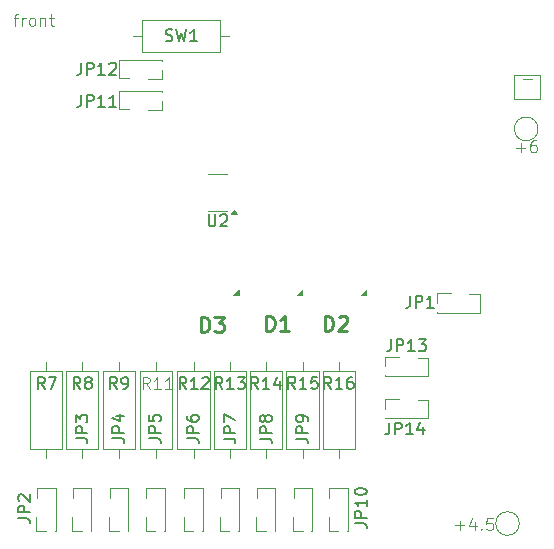
<source format=gbr>
%TF.GenerationSoftware,KiCad,Pcbnew,9.0.2*%
%TF.CreationDate,2025-07-17T21:10:21+02:00*%
%TF.ProjectId,Ligther,4c696774-6865-4722-9e6b-696361645f70,rev?*%
%TF.SameCoordinates,Original*%
%TF.FileFunction,Legend,Top*%
%TF.FilePolarity,Positive*%
%FSLAX46Y46*%
G04 Gerber Fmt 4.6, Leading zero omitted, Abs format (unit mm)*
G04 Created by KiCad (PCBNEW 9.0.2) date 2025-07-17 21:10:21*
%MOMM*%
%LPD*%
G01*
G04 APERTURE LIST*
%ADD10C,0.100000*%
%ADD11C,0.150000*%
%ADD12C,0.125000*%
%ADD13C,0.254000*%
%ADD14C,0.120000*%
G04 APERTURE END LIST*
D10*
X120522106Y-76920000D02*
G75*
G02*
X118522106Y-76920000I-1000000J0D01*
G01*
X118522106Y-76920000D02*
G75*
G02*
X120522106Y-76920000I1000000J0D01*
G01*
X122100000Y-43510000D02*
G75*
G02*
X120100000Y-43510000I-1000000J0D01*
G01*
X120100000Y-43510000D02*
G75*
G02*
X122100000Y-43510000I1000000J0D01*
G01*
X120050000Y-38970000D02*
X122290000Y-38970000D01*
X122290000Y-40950000D01*
X120050000Y-40950000D01*
X120050000Y-38970000D01*
X120863884Y-39271466D02*
X121625789Y-39271466D01*
X120253884Y-45091466D02*
X121015789Y-45091466D01*
X120634836Y-45472419D02*
X120634836Y-44710514D01*
X121920550Y-44472419D02*
X121730074Y-44472419D01*
X121730074Y-44472419D02*
X121634836Y-44520038D01*
X121634836Y-44520038D02*
X121587217Y-44567657D01*
X121587217Y-44567657D02*
X121491979Y-44710514D01*
X121491979Y-44710514D02*
X121444360Y-44900990D01*
X121444360Y-44900990D02*
X121444360Y-45281942D01*
X121444360Y-45281942D02*
X121491979Y-45377180D01*
X121491979Y-45377180D02*
X121539598Y-45424800D01*
X121539598Y-45424800D02*
X121634836Y-45472419D01*
X121634836Y-45472419D02*
X121825312Y-45472419D01*
X121825312Y-45472419D02*
X121920550Y-45424800D01*
X121920550Y-45424800D02*
X121968169Y-45377180D01*
X121968169Y-45377180D02*
X122015788Y-45281942D01*
X122015788Y-45281942D02*
X122015788Y-45043847D01*
X122015788Y-45043847D02*
X121968169Y-44948609D01*
X121968169Y-44948609D02*
X121920550Y-44900990D01*
X121920550Y-44900990D02*
X121825312Y-44853371D01*
X121825312Y-44853371D02*
X121634836Y-44853371D01*
X121634836Y-44853371D02*
X121539598Y-44900990D01*
X121539598Y-44900990D02*
X121491979Y-44948609D01*
X121491979Y-44948609D02*
X121444360Y-45043847D01*
X115113884Y-77081466D02*
X115875789Y-77081466D01*
X115494836Y-77462419D02*
X115494836Y-76700514D01*
X116780550Y-76795752D02*
X116780550Y-77462419D01*
X116542455Y-76414800D02*
X116304360Y-77129085D01*
X116304360Y-77129085D02*
X116923407Y-77129085D01*
X117304360Y-77367180D02*
X117351979Y-77414800D01*
X117351979Y-77414800D02*
X117304360Y-77462419D01*
X117304360Y-77462419D02*
X117256741Y-77414800D01*
X117256741Y-77414800D02*
X117304360Y-77367180D01*
X117304360Y-77367180D02*
X117304360Y-77462419D01*
X118256740Y-76462419D02*
X117780550Y-76462419D01*
X117780550Y-76462419D02*
X117732931Y-76938609D01*
X117732931Y-76938609D02*
X117780550Y-76890990D01*
X117780550Y-76890990D02*
X117875788Y-76843371D01*
X117875788Y-76843371D02*
X118113883Y-76843371D01*
X118113883Y-76843371D02*
X118209121Y-76890990D01*
X118209121Y-76890990D02*
X118256740Y-76938609D01*
X118256740Y-76938609D02*
X118304359Y-77033847D01*
X118304359Y-77033847D02*
X118304359Y-77271942D01*
X118304359Y-77271942D02*
X118256740Y-77367180D01*
X118256740Y-77367180D02*
X118209121Y-77414800D01*
X118209121Y-77414800D02*
X118113883Y-77462419D01*
X118113883Y-77462419D02*
X117875788Y-77462419D01*
X117875788Y-77462419D02*
X117780550Y-77414800D01*
X117780550Y-77414800D02*
X117732931Y-77367180D01*
X77721027Y-34105752D02*
X78101979Y-34105752D01*
X77863884Y-34772419D02*
X77863884Y-33915276D01*
X77863884Y-33915276D02*
X77911503Y-33820038D01*
X77911503Y-33820038D02*
X78006741Y-33772419D01*
X78006741Y-33772419D02*
X78101979Y-33772419D01*
X78435313Y-34772419D02*
X78435313Y-34105752D01*
X78435313Y-34296228D02*
X78482932Y-34200990D01*
X78482932Y-34200990D02*
X78530551Y-34153371D01*
X78530551Y-34153371D02*
X78625789Y-34105752D01*
X78625789Y-34105752D02*
X78721027Y-34105752D01*
X79197218Y-34772419D02*
X79101980Y-34724800D01*
X79101980Y-34724800D02*
X79054361Y-34677180D01*
X79054361Y-34677180D02*
X79006742Y-34581942D01*
X79006742Y-34581942D02*
X79006742Y-34296228D01*
X79006742Y-34296228D02*
X79054361Y-34200990D01*
X79054361Y-34200990D02*
X79101980Y-34153371D01*
X79101980Y-34153371D02*
X79197218Y-34105752D01*
X79197218Y-34105752D02*
X79340075Y-34105752D01*
X79340075Y-34105752D02*
X79435313Y-34153371D01*
X79435313Y-34153371D02*
X79482932Y-34200990D01*
X79482932Y-34200990D02*
X79530551Y-34296228D01*
X79530551Y-34296228D02*
X79530551Y-34581942D01*
X79530551Y-34581942D02*
X79482932Y-34677180D01*
X79482932Y-34677180D02*
X79435313Y-34724800D01*
X79435313Y-34724800D02*
X79340075Y-34772419D01*
X79340075Y-34772419D02*
X79197218Y-34772419D01*
X79959123Y-34105752D02*
X79959123Y-34772419D01*
X79959123Y-34200990D02*
X80006742Y-34153371D01*
X80006742Y-34153371D02*
X80101980Y-34105752D01*
X80101980Y-34105752D02*
X80244837Y-34105752D01*
X80244837Y-34105752D02*
X80340075Y-34153371D01*
X80340075Y-34153371D02*
X80387694Y-34248609D01*
X80387694Y-34248609D02*
X80387694Y-34772419D01*
X80721028Y-34105752D02*
X81101980Y-34105752D01*
X80863885Y-33772419D02*
X80863885Y-34629561D01*
X80863885Y-34629561D02*
X80911504Y-34724800D01*
X80911504Y-34724800D02*
X81006742Y-34772419D01*
X81006742Y-34772419D02*
X81101980Y-34772419D01*
D11*
X104587142Y-65514819D02*
X104253809Y-65038628D01*
X104015714Y-65514819D02*
X104015714Y-64514819D01*
X104015714Y-64514819D02*
X104396666Y-64514819D01*
X104396666Y-64514819D02*
X104491904Y-64562438D01*
X104491904Y-64562438D02*
X104539523Y-64610057D01*
X104539523Y-64610057D02*
X104587142Y-64705295D01*
X104587142Y-64705295D02*
X104587142Y-64848152D01*
X104587142Y-64848152D02*
X104539523Y-64943390D01*
X104539523Y-64943390D02*
X104491904Y-64991009D01*
X104491904Y-64991009D02*
X104396666Y-65038628D01*
X104396666Y-65038628D02*
X104015714Y-65038628D01*
X105539523Y-65514819D02*
X104968095Y-65514819D01*
X105253809Y-65514819D02*
X105253809Y-64514819D01*
X105253809Y-64514819D02*
X105158571Y-64657676D01*
X105158571Y-64657676D02*
X105063333Y-64752914D01*
X105063333Y-64752914D02*
X104968095Y-64800533D01*
X106396666Y-64514819D02*
X106206190Y-64514819D01*
X106206190Y-64514819D02*
X106110952Y-64562438D01*
X106110952Y-64562438D02*
X106063333Y-64610057D01*
X106063333Y-64610057D02*
X105968095Y-64752914D01*
X105968095Y-64752914D02*
X105920476Y-64943390D01*
X105920476Y-64943390D02*
X105920476Y-65324342D01*
X105920476Y-65324342D02*
X105968095Y-65419580D01*
X105968095Y-65419580D02*
X106015714Y-65467200D01*
X106015714Y-65467200D02*
X106110952Y-65514819D01*
X106110952Y-65514819D02*
X106301428Y-65514819D01*
X106301428Y-65514819D02*
X106396666Y-65467200D01*
X106396666Y-65467200D02*
X106444285Y-65419580D01*
X106444285Y-65419580D02*
X106491904Y-65324342D01*
X106491904Y-65324342D02*
X106491904Y-65086247D01*
X106491904Y-65086247D02*
X106444285Y-64991009D01*
X106444285Y-64991009D02*
X106396666Y-64943390D01*
X106396666Y-64943390D02*
X106301428Y-64895771D01*
X106301428Y-64895771D02*
X106110952Y-64895771D01*
X106110952Y-64895771D02*
X106015714Y-64943390D01*
X106015714Y-64943390D02*
X105968095Y-64991009D01*
X105968095Y-64991009D02*
X105920476Y-65086247D01*
X101547142Y-65504819D02*
X101213809Y-65028628D01*
X100975714Y-65504819D02*
X100975714Y-64504819D01*
X100975714Y-64504819D02*
X101356666Y-64504819D01*
X101356666Y-64504819D02*
X101451904Y-64552438D01*
X101451904Y-64552438D02*
X101499523Y-64600057D01*
X101499523Y-64600057D02*
X101547142Y-64695295D01*
X101547142Y-64695295D02*
X101547142Y-64838152D01*
X101547142Y-64838152D02*
X101499523Y-64933390D01*
X101499523Y-64933390D02*
X101451904Y-64981009D01*
X101451904Y-64981009D02*
X101356666Y-65028628D01*
X101356666Y-65028628D02*
X100975714Y-65028628D01*
X102499523Y-65504819D02*
X101928095Y-65504819D01*
X102213809Y-65504819D02*
X102213809Y-64504819D01*
X102213809Y-64504819D02*
X102118571Y-64647676D01*
X102118571Y-64647676D02*
X102023333Y-64742914D01*
X102023333Y-64742914D02*
X101928095Y-64790533D01*
X103404285Y-64504819D02*
X102928095Y-64504819D01*
X102928095Y-64504819D02*
X102880476Y-64981009D01*
X102880476Y-64981009D02*
X102928095Y-64933390D01*
X102928095Y-64933390D02*
X103023333Y-64885771D01*
X103023333Y-64885771D02*
X103261428Y-64885771D01*
X103261428Y-64885771D02*
X103356666Y-64933390D01*
X103356666Y-64933390D02*
X103404285Y-64981009D01*
X103404285Y-64981009D02*
X103451904Y-65076247D01*
X103451904Y-65076247D02*
X103451904Y-65314342D01*
X103451904Y-65314342D02*
X103404285Y-65409580D01*
X103404285Y-65409580D02*
X103356666Y-65457200D01*
X103356666Y-65457200D02*
X103261428Y-65504819D01*
X103261428Y-65504819D02*
X103023333Y-65504819D01*
X103023333Y-65504819D02*
X102928095Y-65457200D01*
X102928095Y-65457200D02*
X102880476Y-65409580D01*
X98417142Y-65524819D02*
X98083809Y-65048628D01*
X97845714Y-65524819D02*
X97845714Y-64524819D01*
X97845714Y-64524819D02*
X98226666Y-64524819D01*
X98226666Y-64524819D02*
X98321904Y-64572438D01*
X98321904Y-64572438D02*
X98369523Y-64620057D01*
X98369523Y-64620057D02*
X98417142Y-64715295D01*
X98417142Y-64715295D02*
X98417142Y-64858152D01*
X98417142Y-64858152D02*
X98369523Y-64953390D01*
X98369523Y-64953390D02*
X98321904Y-65001009D01*
X98321904Y-65001009D02*
X98226666Y-65048628D01*
X98226666Y-65048628D02*
X97845714Y-65048628D01*
X99369523Y-65524819D02*
X98798095Y-65524819D01*
X99083809Y-65524819D02*
X99083809Y-64524819D01*
X99083809Y-64524819D02*
X98988571Y-64667676D01*
X98988571Y-64667676D02*
X98893333Y-64762914D01*
X98893333Y-64762914D02*
X98798095Y-64810533D01*
X100226666Y-64858152D02*
X100226666Y-65524819D01*
X99988571Y-64477200D02*
X99750476Y-65191485D01*
X99750476Y-65191485D02*
X100369523Y-65191485D01*
X95387142Y-65524819D02*
X95053809Y-65048628D01*
X94815714Y-65524819D02*
X94815714Y-64524819D01*
X94815714Y-64524819D02*
X95196666Y-64524819D01*
X95196666Y-64524819D02*
X95291904Y-64572438D01*
X95291904Y-64572438D02*
X95339523Y-64620057D01*
X95339523Y-64620057D02*
X95387142Y-64715295D01*
X95387142Y-64715295D02*
X95387142Y-64858152D01*
X95387142Y-64858152D02*
X95339523Y-64953390D01*
X95339523Y-64953390D02*
X95291904Y-65001009D01*
X95291904Y-65001009D02*
X95196666Y-65048628D01*
X95196666Y-65048628D02*
X94815714Y-65048628D01*
X96339523Y-65524819D02*
X95768095Y-65524819D01*
X96053809Y-65524819D02*
X96053809Y-64524819D01*
X96053809Y-64524819D02*
X95958571Y-64667676D01*
X95958571Y-64667676D02*
X95863333Y-64762914D01*
X95863333Y-64762914D02*
X95768095Y-64810533D01*
X96672857Y-64524819D02*
X97291904Y-64524819D01*
X97291904Y-64524819D02*
X96958571Y-64905771D01*
X96958571Y-64905771D02*
X97101428Y-64905771D01*
X97101428Y-64905771D02*
X97196666Y-64953390D01*
X97196666Y-64953390D02*
X97244285Y-65001009D01*
X97244285Y-65001009D02*
X97291904Y-65096247D01*
X97291904Y-65096247D02*
X97291904Y-65334342D01*
X97291904Y-65334342D02*
X97244285Y-65429580D01*
X97244285Y-65429580D02*
X97196666Y-65477200D01*
X97196666Y-65477200D02*
X97101428Y-65524819D01*
X97101428Y-65524819D02*
X96815714Y-65524819D01*
X96815714Y-65524819D02*
X96720476Y-65477200D01*
X96720476Y-65477200D02*
X96672857Y-65429580D01*
X94218095Y-50754819D02*
X94218095Y-51564342D01*
X94218095Y-51564342D02*
X94265714Y-51659580D01*
X94265714Y-51659580D02*
X94313333Y-51707200D01*
X94313333Y-51707200D02*
X94408571Y-51754819D01*
X94408571Y-51754819D02*
X94599047Y-51754819D01*
X94599047Y-51754819D02*
X94694285Y-51707200D01*
X94694285Y-51707200D02*
X94741904Y-51659580D01*
X94741904Y-51659580D02*
X94789523Y-51564342D01*
X94789523Y-51564342D02*
X94789523Y-50754819D01*
X95218095Y-50850057D02*
X95265714Y-50802438D01*
X95265714Y-50802438D02*
X95360952Y-50754819D01*
X95360952Y-50754819D02*
X95599047Y-50754819D01*
X95599047Y-50754819D02*
X95694285Y-50802438D01*
X95694285Y-50802438D02*
X95741904Y-50850057D01*
X95741904Y-50850057D02*
X95789523Y-50945295D01*
X95789523Y-50945295D02*
X95789523Y-51040533D01*
X95789523Y-51040533D02*
X95741904Y-51183390D01*
X95741904Y-51183390D02*
X95170476Y-51754819D01*
X95170476Y-51754819D02*
X95789523Y-51754819D01*
X90576667Y-36027200D02*
X90719524Y-36074819D01*
X90719524Y-36074819D02*
X90957619Y-36074819D01*
X90957619Y-36074819D02*
X91052857Y-36027200D01*
X91052857Y-36027200D02*
X91100476Y-35979580D01*
X91100476Y-35979580D02*
X91148095Y-35884342D01*
X91148095Y-35884342D02*
X91148095Y-35789104D01*
X91148095Y-35789104D02*
X91100476Y-35693866D01*
X91100476Y-35693866D02*
X91052857Y-35646247D01*
X91052857Y-35646247D02*
X90957619Y-35598628D01*
X90957619Y-35598628D02*
X90767143Y-35551009D01*
X90767143Y-35551009D02*
X90671905Y-35503390D01*
X90671905Y-35503390D02*
X90624286Y-35455771D01*
X90624286Y-35455771D02*
X90576667Y-35360533D01*
X90576667Y-35360533D02*
X90576667Y-35265295D01*
X90576667Y-35265295D02*
X90624286Y-35170057D01*
X90624286Y-35170057D02*
X90671905Y-35122438D01*
X90671905Y-35122438D02*
X90767143Y-35074819D01*
X90767143Y-35074819D02*
X91005238Y-35074819D01*
X91005238Y-35074819D02*
X91148095Y-35122438D01*
X91481429Y-35074819D02*
X91719524Y-36074819D01*
X91719524Y-36074819D02*
X91910000Y-35360533D01*
X91910000Y-35360533D02*
X92100476Y-36074819D01*
X92100476Y-36074819D02*
X92338572Y-35074819D01*
X93243333Y-36074819D02*
X92671905Y-36074819D01*
X92957619Y-36074819D02*
X92957619Y-35074819D01*
X92957619Y-35074819D02*
X92862381Y-35217676D01*
X92862381Y-35217676D02*
X92767143Y-35312914D01*
X92767143Y-35312914D02*
X92671905Y-35360533D01*
X92327142Y-65524819D02*
X91993809Y-65048628D01*
X91755714Y-65524819D02*
X91755714Y-64524819D01*
X91755714Y-64524819D02*
X92136666Y-64524819D01*
X92136666Y-64524819D02*
X92231904Y-64572438D01*
X92231904Y-64572438D02*
X92279523Y-64620057D01*
X92279523Y-64620057D02*
X92327142Y-64715295D01*
X92327142Y-64715295D02*
X92327142Y-64858152D01*
X92327142Y-64858152D02*
X92279523Y-64953390D01*
X92279523Y-64953390D02*
X92231904Y-65001009D01*
X92231904Y-65001009D02*
X92136666Y-65048628D01*
X92136666Y-65048628D02*
X91755714Y-65048628D01*
X93279523Y-65524819D02*
X92708095Y-65524819D01*
X92993809Y-65524819D02*
X92993809Y-64524819D01*
X92993809Y-64524819D02*
X92898571Y-64667676D01*
X92898571Y-64667676D02*
X92803333Y-64762914D01*
X92803333Y-64762914D02*
X92708095Y-64810533D01*
X93660476Y-64620057D02*
X93708095Y-64572438D01*
X93708095Y-64572438D02*
X93803333Y-64524819D01*
X93803333Y-64524819D02*
X94041428Y-64524819D01*
X94041428Y-64524819D02*
X94136666Y-64572438D01*
X94136666Y-64572438D02*
X94184285Y-64620057D01*
X94184285Y-64620057D02*
X94231904Y-64715295D01*
X94231904Y-64715295D02*
X94231904Y-64810533D01*
X94231904Y-64810533D02*
X94184285Y-64953390D01*
X94184285Y-64953390D02*
X93612857Y-65524819D01*
X93612857Y-65524819D02*
X94231904Y-65524819D01*
D12*
X89217142Y-65526119D02*
X88883809Y-65049928D01*
X88645714Y-65526119D02*
X88645714Y-64526119D01*
X88645714Y-64526119D02*
X89026666Y-64526119D01*
X89026666Y-64526119D02*
X89121904Y-64573738D01*
X89121904Y-64573738D02*
X89169523Y-64621357D01*
X89169523Y-64621357D02*
X89217142Y-64716595D01*
X89217142Y-64716595D02*
X89217142Y-64859452D01*
X89217142Y-64859452D02*
X89169523Y-64954690D01*
X89169523Y-64954690D02*
X89121904Y-65002309D01*
X89121904Y-65002309D02*
X89026666Y-65049928D01*
X89026666Y-65049928D02*
X88645714Y-65049928D01*
X90169523Y-65526119D02*
X89598095Y-65526119D01*
X89883809Y-65526119D02*
X89883809Y-64526119D01*
X89883809Y-64526119D02*
X89788571Y-64668976D01*
X89788571Y-64668976D02*
X89693333Y-64764214D01*
X89693333Y-64764214D02*
X89598095Y-64811833D01*
X91121904Y-65526119D02*
X90550476Y-65526119D01*
X90836190Y-65526119D02*
X90836190Y-64526119D01*
X90836190Y-64526119D02*
X90740952Y-64668976D01*
X90740952Y-64668976D02*
X90645714Y-64764214D01*
X90645714Y-64764214D02*
X90550476Y-64811833D01*
D11*
X86453333Y-65524819D02*
X86120000Y-65048628D01*
X85881905Y-65524819D02*
X85881905Y-64524819D01*
X85881905Y-64524819D02*
X86262857Y-64524819D01*
X86262857Y-64524819D02*
X86358095Y-64572438D01*
X86358095Y-64572438D02*
X86405714Y-64620057D01*
X86405714Y-64620057D02*
X86453333Y-64715295D01*
X86453333Y-64715295D02*
X86453333Y-64858152D01*
X86453333Y-64858152D02*
X86405714Y-64953390D01*
X86405714Y-64953390D02*
X86358095Y-65001009D01*
X86358095Y-65001009D02*
X86262857Y-65048628D01*
X86262857Y-65048628D02*
X85881905Y-65048628D01*
X86929524Y-65524819D02*
X87120000Y-65524819D01*
X87120000Y-65524819D02*
X87215238Y-65477200D01*
X87215238Y-65477200D02*
X87262857Y-65429580D01*
X87262857Y-65429580D02*
X87358095Y-65286723D01*
X87358095Y-65286723D02*
X87405714Y-65096247D01*
X87405714Y-65096247D02*
X87405714Y-64715295D01*
X87405714Y-64715295D02*
X87358095Y-64620057D01*
X87358095Y-64620057D02*
X87310476Y-64572438D01*
X87310476Y-64572438D02*
X87215238Y-64524819D01*
X87215238Y-64524819D02*
X87024762Y-64524819D01*
X87024762Y-64524819D02*
X86929524Y-64572438D01*
X86929524Y-64572438D02*
X86881905Y-64620057D01*
X86881905Y-64620057D02*
X86834286Y-64715295D01*
X86834286Y-64715295D02*
X86834286Y-64953390D01*
X86834286Y-64953390D02*
X86881905Y-65048628D01*
X86881905Y-65048628D02*
X86929524Y-65096247D01*
X86929524Y-65096247D02*
X87024762Y-65143866D01*
X87024762Y-65143866D02*
X87215238Y-65143866D01*
X87215238Y-65143866D02*
X87310476Y-65096247D01*
X87310476Y-65096247D02*
X87358095Y-65048628D01*
X87358095Y-65048628D02*
X87405714Y-64953390D01*
X83363333Y-65524819D02*
X83030000Y-65048628D01*
X82791905Y-65524819D02*
X82791905Y-64524819D01*
X82791905Y-64524819D02*
X83172857Y-64524819D01*
X83172857Y-64524819D02*
X83268095Y-64572438D01*
X83268095Y-64572438D02*
X83315714Y-64620057D01*
X83315714Y-64620057D02*
X83363333Y-64715295D01*
X83363333Y-64715295D02*
X83363333Y-64858152D01*
X83363333Y-64858152D02*
X83315714Y-64953390D01*
X83315714Y-64953390D02*
X83268095Y-65001009D01*
X83268095Y-65001009D02*
X83172857Y-65048628D01*
X83172857Y-65048628D02*
X82791905Y-65048628D01*
X83934762Y-64953390D02*
X83839524Y-64905771D01*
X83839524Y-64905771D02*
X83791905Y-64858152D01*
X83791905Y-64858152D02*
X83744286Y-64762914D01*
X83744286Y-64762914D02*
X83744286Y-64715295D01*
X83744286Y-64715295D02*
X83791905Y-64620057D01*
X83791905Y-64620057D02*
X83839524Y-64572438D01*
X83839524Y-64572438D02*
X83934762Y-64524819D01*
X83934762Y-64524819D02*
X84125238Y-64524819D01*
X84125238Y-64524819D02*
X84220476Y-64572438D01*
X84220476Y-64572438D02*
X84268095Y-64620057D01*
X84268095Y-64620057D02*
X84315714Y-64715295D01*
X84315714Y-64715295D02*
X84315714Y-64762914D01*
X84315714Y-64762914D02*
X84268095Y-64858152D01*
X84268095Y-64858152D02*
X84220476Y-64905771D01*
X84220476Y-64905771D02*
X84125238Y-64953390D01*
X84125238Y-64953390D02*
X83934762Y-64953390D01*
X83934762Y-64953390D02*
X83839524Y-65001009D01*
X83839524Y-65001009D02*
X83791905Y-65048628D01*
X83791905Y-65048628D02*
X83744286Y-65143866D01*
X83744286Y-65143866D02*
X83744286Y-65334342D01*
X83744286Y-65334342D02*
X83791905Y-65429580D01*
X83791905Y-65429580D02*
X83839524Y-65477200D01*
X83839524Y-65477200D02*
X83934762Y-65524819D01*
X83934762Y-65524819D02*
X84125238Y-65524819D01*
X84125238Y-65524819D02*
X84220476Y-65477200D01*
X84220476Y-65477200D02*
X84268095Y-65429580D01*
X84268095Y-65429580D02*
X84315714Y-65334342D01*
X84315714Y-65334342D02*
X84315714Y-65143866D01*
X84315714Y-65143866D02*
X84268095Y-65048628D01*
X84268095Y-65048628D02*
X84220476Y-65001009D01*
X84220476Y-65001009D02*
X84125238Y-64953390D01*
X80333333Y-65534819D02*
X80000000Y-65058628D01*
X79761905Y-65534819D02*
X79761905Y-64534819D01*
X79761905Y-64534819D02*
X80142857Y-64534819D01*
X80142857Y-64534819D02*
X80238095Y-64582438D01*
X80238095Y-64582438D02*
X80285714Y-64630057D01*
X80285714Y-64630057D02*
X80333333Y-64725295D01*
X80333333Y-64725295D02*
X80333333Y-64868152D01*
X80333333Y-64868152D02*
X80285714Y-64963390D01*
X80285714Y-64963390D02*
X80238095Y-65011009D01*
X80238095Y-65011009D02*
X80142857Y-65058628D01*
X80142857Y-65058628D02*
X79761905Y-65058628D01*
X80666667Y-64534819D02*
X81333333Y-64534819D01*
X81333333Y-64534819D02*
X80904762Y-65534819D01*
X109510476Y-68374819D02*
X109510476Y-69089104D01*
X109510476Y-69089104D02*
X109462857Y-69231961D01*
X109462857Y-69231961D02*
X109367619Y-69327200D01*
X109367619Y-69327200D02*
X109224762Y-69374819D01*
X109224762Y-69374819D02*
X109129524Y-69374819D01*
X109986667Y-69374819D02*
X109986667Y-68374819D01*
X109986667Y-68374819D02*
X110367619Y-68374819D01*
X110367619Y-68374819D02*
X110462857Y-68422438D01*
X110462857Y-68422438D02*
X110510476Y-68470057D01*
X110510476Y-68470057D02*
X110558095Y-68565295D01*
X110558095Y-68565295D02*
X110558095Y-68708152D01*
X110558095Y-68708152D02*
X110510476Y-68803390D01*
X110510476Y-68803390D02*
X110462857Y-68851009D01*
X110462857Y-68851009D02*
X110367619Y-68898628D01*
X110367619Y-68898628D02*
X109986667Y-68898628D01*
X111510476Y-69374819D02*
X110939048Y-69374819D01*
X111224762Y-69374819D02*
X111224762Y-68374819D01*
X111224762Y-68374819D02*
X111129524Y-68517676D01*
X111129524Y-68517676D02*
X111034286Y-68612914D01*
X111034286Y-68612914D02*
X110939048Y-68660533D01*
X112367619Y-68708152D02*
X112367619Y-69374819D01*
X112129524Y-68327200D02*
X111891429Y-69041485D01*
X111891429Y-69041485D02*
X112510476Y-69041485D01*
X109665476Y-61319819D02*
X109665476Y-62034104D01*
X109665476Y-62034104D02*
X109617857Y-62176961D01*
X109617857Y-62176961D02*
X109522619Y-62272200D01*
X109522619Y-62272200D02*
X109379762Y-62319819D01*
X109379762Y-62319819D02*
X109284524Y-62319819D01*
X110141667Y-62319819D02*
X110141667Y-61319819D01*
X110141667Y-61319819D02*
X110522619Y-61319819D01*
X110522619Y-61319819D02*
X110617857Y-61367438D01*
X110617857Y-61367438D02*
X110665476Y-61415057D01*
X110665476Y-61415057D02*
X110713095Y-61510295D01*
X110713095Y-61510295D02*
X110713095Y-61653152D01*
X110713095Y-61653152D02*
X110665476Y-61748390D01*
X110665476Y-61748390D02*
X110617857Y-61796009D01*
X110617857Y-61796009D02*
X110522619Y-61843628D01*
X110522619Y-61843628D02*
X110141667Y-61843628D01*
X111665476Y-62319819D02*
X111094048Y-62319819D01*
X111379762Y-62319819D02*
X111379762Y-61319819D01*
X111379762Y-61319819D02*
X111284524Y-61462676D01*
X111284524Y-61462676D02*
X111189286Y-61557914D01*
X111189286Y-61557914D02*
X111094048Y-61605533D01*
X111998810Y-61319819D02*
X112617857Y-61319819D01*
X112617857Y-61319819D02*
X112284524Y-61700771D01*
X112284524Y-61700771D02*
X112427381Y-61700771D01*
X112427381Y-61700771D02*
X112522619Y-61748390D01*
X112522619Y-61748390D02*
X112570238Y-61796009D01*
X112570238Y-61796009D02*
X112617857Y-61891247D01*
X112617857Y-61891247D02*
X112617857Y-62129342D01*
X112617857Y-62129342D02*
X112570238Y-62224580D01*
X112570238Y-62224580D02*
X112522619Y-62272200D01*
X112522619Y-62272200D02*
X112427381Y-62319819D01*
X112427381Y-62319819D02*
X112141667Y-62319819D01*
X112141667Y-62319819D02*
X112046429Y-62272200D01*
X112046429Y-62272200D02*
X111998810Y-62224580D01*
X83430476Y-37904819D02*
X83430476Y-38619104D01*
X83430476Y-38619104D02*
X83382857Y-38761961D01*
X83382857Y-38761961D02*
X83287619Y-38857200D01*
X83287619Y-38857200D02*
X83144762Y-38904819D01*
X83144762Y-38904819D02*
X83049524Y-38904819D01*
X83906667Y-38904819D02*
X83906667Y-37904819D01*
X83906667Y-37904819D02*
X84287619Y-37904819D01*
X84287619Y-37904819D02*
X84382857Y-37952438D01*
X84382857Y-37952438D02*
X84430476Y-38000057D01*
X84430476Y-38000057D02*
X84478095Y-38095295D01*
X84478095Y-38095295D02*
X84478095Y-38238152D01*
X84478095Y-38238152D02*
X84430476Y-38333390D01*
X84430476Y-38333390D02*
X84382857Y-38381009D01*
X84382857Y-38381009D02*
X84287619Y-38428628D01*
X84287619Y-38428628D02*
X83906667Y-38428628D01*
X85430476Y-38904819D02*
X84859048Y-38904819D01*
X85144762Y-38904819D02*
X85144762Y-37904819D01*
X85144762Y-37904819D02*
X85049524Y-38047676D01*
X85049524Y-38047676D02*
X84954286Y-38142914D01*
X84954286Y-38142914D02*
X84859048Y-38190533D01*
X85811429Y-38000057D02*
X85859048Y-37952438D01*
X85859048Y-37952438D02*
X85954286Y-37904819D01*
X85954286Y-37904819D02*
X86192381Y-37904819D01*
X86192381Y-37904819D02*
X86287619Y-37952438D01*
X86287619Y-37952438D02*
X86335238Y-38000057D01*
X86335238Y-38000057D02*
X86382857Y-38095295D01*
X86382857Y-38095295D02*
X86382857Y-38190533D01*
X86382857Y-38190533D02*
X86335238Y-38333390D01*
X86335238Y-38333390D02*
X85763810Y-38904819D01*
X85763810Y-38904819D02*
X86382857Y-38904819D01*
X83430476Y-40624819D02*
X83430476Y-41339104D01*
X83430476Y-41339104D02*
X83382857Y-41481961D01*
X83382857Y-41481961D02*
X83287619Y-41577200D01*
X83287619Y-41577200D02*
X83144762Y-41624819D01*
X83144762Y-41624819D02*
X83049524Y-41624819D01*
X83906667Y-41624819D02*
X83906667Y-40624819D01*
X83906667Y-40624819D02*
X84287619Y-40624819D01*
X84287619Y-40624819D02*
X84382857Y-40672438D01*
X84382857Y-40672438D02*
X84430476Y-40720057D01*
X84430476Y-40720057D02*
X84478095Y-40815295D01*
X84478095Y-40815295D02*
X84478095Y-40958152D01*
X84478095Y-40958152D02*
X84430476Y-41053390D01*
X84430476Y-41053390D02*
X84382857Y-41101009D01*
X84382857Y-41101009D02*
X84287619Y-41148628D01*
X84287619Y-41148628D02*
X83906667Y-41148628D01*
X85430476Y-41624819D02*
X84859048Y-41624819D01*
X85144762Y-41624819D02*
X85144762Y-40624819D01*
X85144762Y-40624819D02*
X85049524Y-40767676D01*
X85049524Y-40767676D02*
X84954286Y-40862914D01*
X84954286Y-40862914D02*
X84859048Y-40910533D01*
X86382857Y-41624819D02*
X85811429Y-41624819D01*
X86097143Y-41624819D02*
X86097143Y-40624819D01*
X86097143Y-40624819D02*
X86001905Y-40767676D01*
X86001905Y-40767676D02*
X85906667Y-40862914D01*
X85906667Y-40862914D02*
X85811429Y-40910533D01*
X106594819Y-76889523D02*
X107309104Y-76889523D01*
X107309104Y-76889523D02*
X107451961Y-76937142D01*
X107451961Y-76937142D02*
X107547200Y-77032380D01*
X107547200Y-77032380D02*
X107594819Y-77175237D01*
X107594819Y-77175237D02*
X107594819Y-77270475D01*
X107594819Y-76413332D02*
X106594819Y-76413332D01*
X106594819Y-76413332D02*
X106594819Y-76032380D01*
X106594819Y-76032380D02*
X106642438Y-75937142D01*
X106642438Y-75937142D02*
X106690057Y-75889523D01*
X106690057Y-75889523D02*
X106785295Y-75841904D01*
X106785295Y-75841904D02*
X106928152Y-75841904D01*
X106928152Y-75841904D02*
X107023390Y-75889523D01*
X107023390Y-75889523D02*
X107071009Y-75937142D01*
X107071009Y-75937142D02*
X107118628Y-76032380D01*
X107118628Y-76032380D02*
X107118628Y-76413332D01*
X107594819Y-74889523D02*
X107594819Y-75460951D01*
X107594819Y-75175237D02*
X106594819Y-75175237D01*
X106594819Y-75175237D02*
X106737676Y-75270475D01*
X106737676Y-75270475D02*
X106832914Y-75365713D01*
X106832914Y-75365713D02*
X106880533Y-75460951D01*
X106594819Y-74270475D02*
X106594819Y-74175237D01*
X106594819Y-74175237D02*
X106642438Y-74079999D01*
X106642438Y-74079999D02*
X106690057Y-74032380D01*
X106690057Y-74032380D02*
X106785295Y-73984761D01*
X106785295Y-73984761D02*
X106975771Y-73937142D01*
X106975771Y-73937142D02*
X107213866Y-73937142D01*
X107213866Y-73937142D02*
X107404342Y-73984761D01*
X107404342Y-73984761D02*
X107499580Y-74032380D01*
X107499580Y-74032380D02*
X107547200Y-74079999D01*
X107547200Y-74079999D02*
X107594819Y-74175237D01*
X107594819Y-74175237D02*
X107594819Y-74270475D01*
X107594819Y-74270475D02*
X107547200Y-74365713D01*
X107547200Y-74365713D02*
X107499580Y-74413332D01*
X107499580Y-74413332D02*
X107404342Y-74460951D01*
X107404342Y-74460951D02*
X107213866Y-74508570D01*
X107213866Y-74508570D02*
X106975771Y-74508570D01*
X106975771Y-74508570D02*
X106785295Y-74460951D01*
X106785295Y-74460951D02*
X106690057Y-74413332D01*
X106690057Y-74413332D02*
X106642438Y-74365713D01*
X106642438Y-74365713D02*
X106594819Y-74270475D01*
X101624819Y-69733333D02*
X102339104Y-69733333D01*
X102339104Y-69733333D02*
X102481961Y-69780952D01*
X102481961Y-69780952D02*
X102577200Y-69876190D01*
X102577200Y-69876190D02*
X102624819Y-70019047D01*
X102624819Y-70019047D02*
X102624819Y-70114285D01*
X102624819Y-69257142D02*
X101624819Y-69257142D01*
X101624819Y-69257142D02*
X101624819Y-68876190D01*
X101624819Y-68876190D02*
X101672438Y-68780952D01*
X101672438Y-68780952D02*
X101720057Y-68733333D01*
X101720057Y-68733333D02*
X101815295Y-68685714D01*
X101815295Y-68685714D02*
X101958152Y-68685714D01*
X101958152Y-68685714D02*
X102053390Y-68733333D01*
X102053390Y-68733333D02*
X102101009Y-68780952D01*
X102101009Y-68780952D02*
X102148628Y-68876190D01*
X102148628Y-68876190D02*
X102148628Y-69257142D01*
X102624819Y-68209523D02*
X102624819Y-68019047D01*
X102624819Y-68019047D02*
X102577200Y-67923809D01*
X102577200Y-67923809D02*
X102529580Y-67876190D01*
X102529580Y-67876190D02*
X102386723Y-67780952D01*
X102386723Y-67780952D02*
X102196247Y-67733333D01*
X102196247Y-67733333D02*
X101815295Y-67733333D01*
X101815295Y-67733333D02*
X101720057Y-67780952D01*
X101720057Y-67780952D02*
X101672438Y-67828571D01*
X101672438Y-67828571D02*
X101624819Y-67923809D01*
X101624819Y-67923809D02*
X101624819Y-68114285D01*
X101624819Y-68114285D02*
X101672438Y-68209523D01*
X101672438Y-68209523D02*
X101720057Y-68257142D01*
X101720057Y-68257142D02*
X101815295Y-68304761D01*
X101815295Y-68304761D02*
X102053390Y-68304761D01*
X102053390Y-68304761D02*
X102148628Y-68257142D01*
X102148628Y-68257142D02*
X102196247Y-68209523D01*
X102196247Y-68209523D02*
X102243866Y-68114285D01*
X102243866Y-68114285D02*
X102243866Y-67923809D01*
X102243866Y-67923809D02*
X102196247Y-67828571D01*
X102196247Y-67828571D02*
X102148628Y-67780952D01*
X102148628Y-67780952D02*
X102053390Y-67733333D01*
X98554819Y-69733333D02*
X99269104Y-69733333D01*
X99269104Y-69733333D02*
X99411961Y-69780952D01*
X99411961Y-69780952D02*
X99507200Y-69876190D01*
X99507200Y-69876190D02*
X99554819Y-70019047D01*
X99554819Y-70019047D02*
X99554819Y-70114285D01*
X99554819Y-69257142D02*
X98554819Y-69257142D01*
X98554819Y-69257142D02*
X98554819Y-68876190D01*
X98554819Y-68876190D02*
X98602438Y-68780952D01*
X98602438Y-68780952D02*
X98650057Y-68733333D01*
X98650057Y-68733333D02*
X98745295Y-68685714D01*
X98745295Y-68685714D02*
X98888152Y-68685714D01*
X98888152Y-68685714D02*
X98983390Y-68733333D01*
X98983390Y-68733333D02*
X99031009Y-68780952D01*
X99031009Y-68780952D02*
X99078628Y-68876190D01*
X99078628Y-68876190D02*
X99078628Y-69257142D01*
X98983390Y-68114285D02*
X98935771Y-68209523D01*
X98935771Y-68209523D02*
X98888152Y-68257142D01*
X98888152Y-68257142D02*
X98792914Y-68304761D01*
X98792914Y-68304761D02*
X98745295Y-68304761D01*
X98745295Y-68304761D02*
X98650057Y-68257142D01*
X98650057Y-68257142D02*
X98602438Y-68209523D01*
X98602438Y-68209523D02*
X98554819Y-68114285D01*
X98554819Y-68114285D02*
X98554819Y-67923809D01*
X98554819Y-67923809D02*
X98602438Y-67828571D01*
X98602438Y-67828571D02*
X98650057Y-67780952D01*
X98650057Y-67780952D02*
X98745295Y-67733333D01*
X98745295Y-67733333D02*
X98792914Y-67733333D01*
X98792914Y-67733333D02*
X98888152Y-67780952D01*
X98888152Y-67780952D02*
X98935771Y-67828571D01*
X98935771Y-67828571D02*
X98983390Y-67923809D01*
X98983390Y-67923809D02*
X98983390Y-68114285D01*
X98983390Y-68114285D02*
X99031009Y-68209523D01*
X99031009Y-68209523D02*
X99078628Y-68257142D01*
X99078628Y-68257142D02*
X99173866Y-68304761D01*
X99173866Y-68304761D02*
X99364342Y-68304761D01*
X99364342Y-68304761D02*
X99459580Y-68257142D01*
X99459580Y-68257142D02*
X99507200Y-68209523D01*
X99507200Y-68209523D02*
X99554819Y-68114285D01*
X99554819Y-68114285D02*
X99554819Y-67923809D01*
X99554819Y-67923809D02*
X99507200Y-67828571D01*
X99507200Y-67828571D02*
X99459580Y-67780952D01*
X99459580Y-67780952D02*
X99364342Y-67733333D01*
X99364342Y-67733333D02*
X99173866Y-67733333D01*
X99173866Y-67733333D02*
X99078628Y-67780952D01*
X99078628Y-67780952D02*
X99031009Y-67828571D01*
X99031009Y-67828571D02*
X98983390Y-67923809D01*
X95484819Y-69733333D02*
X96199104Y-69733333D01*
X96199104Y-69733333D02*
X96341961Y-69780952D01*
X96341961Y-69780952D02*
X96437200Y-69876190D01*
X96437200Y-69876190D02*
X96484819Y-70019047D01*
X96484819Y-70019047D02*
X96484819Y-70114285D01*
X96484819Y-69257142D02*
X95484819Y-69257142D01*
X95484819Y-69257142D02*
X95484819Y-68876190D01*
X95484819Y-68876190D02*
X95532438Y-68780952D01*
X95532438Y-68780952D02*
X95580057Y-68733333D01*
X95580057Y-68733333D02*
X95675295Y-68685714D01*
X95675295Y-68685714D02*
X95818152Y-68685714D01*
X95818152Y-68685714D02*
X95913390Y-68733333D01*
X95913390Y-68733333D02*
X95961009Y-68780952D01*
X95961009Y-68780952D02*
X96008628Y-68876190D01*
X96008628Y-68876190D02*
X96008628Y-69257142D01*
X95484819Y-68352380D02*
X95484819Y-67685714D01*
X95484819Y-67685714D02*
X96484819Y-68114285D01*
X92364819Y-69713333D02*
X93079104Y-69713333D01*
X93079104Y-69713333D02*
X93221961Y-69760952D01*
X93221961Y-69760952D02*
X93317200Y-69856190D01*
X93317200Y-69856190D02*
X93364819Y-69999047D01*
X93364819Y-69999047D02*
X93364819Y-70094285D01*
X93364819Y-69237142D02*
X92364819Y-69237142D01*
X92364819Y-69237142D02*
X92364819Y-68856190D01*
X92364819Y-68856190D02*
X92412438Y-68760952D01*
X92412438Y-68760952D02*
X92460057Y-68713333D01*
X92460057Y-68713333D02*
X92555295Y-68665714D01*
X92555295Y-68665714D02*
X92698152Y-68665714D01*
X92698152Y-68665714D02*
X92793390Y-68713333D01*
X92793390Y-68713333D02*
X92841009Y-68760952D01*
X92841009Y-68760952D02*
X92888628Y-68856190D01*
X92888628Y-68856190D02*
X92888628Y-69237142D01*
X92364819Y-67808571D02*
X92364819Y-67999047D01*
X92364819Y-67999047D02*
X92412438Y-68094285D01*
X92412438Y-68094285D02*
X92460057Y-68141904D01*
X92460057Y-68141904D02*
X92602914Y-68237142D01*
X92602914Y-68237142D02*
X92793390Y-68284761D01*
X92793390Y-68284761D02*
X93174342Y-68284761D01*
X93174342Y-68284761D02*
X93269580Y-68237142D01*
X93269580Y-68237142D02*
X93317200Y-68189523D01*
X93317200Y-68189523D02*
X93364819Y-68094285D01*
X93364819Y-68094285D02*
X93364819Y-67903809D01*
X93364819Y-67903809D02*
X93317200Y-67808571D01*
X93317200Y-67808571D02*
X93269580Y-67760952D01*
X93269580Y-67760952D02*
X93174342Y-67713333D01*
X93174342Y-67713333D02*
X92936247Y-67713333D01*
X92936247Y-67713333D02*
X92841009Y-67760952D01*
X92841009Y-67760952D02*
X92793390Y-67808571D01*
X92793390Y-67808571D02*
X92745771Y-67903809D01*
X92745771Y-67903809D02*
X92745771Y-68094285D01*
X92745771Y-68094285D02*
X92793390Y-68189523D01*
X92793390Y-68189523D02*
X92841009Y-68237142D01*
X92841009Y-68237142D02*
X92936247Y-68284761D01*
X89144819Y-69703333D02*
X89859104Y-69703333D01*
X89859104Y-69703333D02*
X90001961Y-69750952D01*
X90001961Y-69750952D02*
X90097200Y-69846190D01*
X90097200Y-69846190D02*
X90144819Y-69989047D01*
X90144819Y-69989047D02*
X90144819Y-70084285D01*
X90144819Y-69227142D02*
X89144819Y-69227142D01*
X89144819Y-69227142D02*
X89144819Y-68846190D01*
X89144819Y-68846190D02*
X89192438Y-68750952D01*
X89192438Y-68750952D02*
X89240057Y-68703333D01*
X89240057Y-68703333D02*
X89335295Y-68655714D01*
X89335295Y-68655714D02*
X89478152Y-68655714D01*
X89478152Y-68655714D02*
X89573390Y-68703333D01*
X89573390Y-68703333D02*
X89621009Y-68750952D01*
X89621009Y-68750952D02*
X89668628Y-68846190D01*
X89668628Y-68846190D02*
X89668628Y-69227142D01*
X89144819Y-67750952D02*
X89144819Y-68227142D01*
X89144819Y-68227142D02*
X89621009Y-68274761D01*
X89621009Y-68274761D02*
X89573390Y-68227142D01*
X89573390Y-68227142D02*
X89525771Y-68131904D01*
X89525771Y-68131904D02*
X89525771Y-67893809D01*
X89525771Y-67893809D02*
X89573390Y-67798571D01*
X89573390Y-67798571D02*
X89621009Y-67750952D01*
X89621009Y-67750952D02*
X89716247Y-67703333D01*
X89716247Y-67703333D02*
X89954342Y-67703333D01*
X89954342Y-67703333D02*
X90049580Y-67750952D01*
X90049580Y-67750952D02*
X90097200Y-67798571D01*
X90097200Y-67798571D02*
X90144819Y-67893809D01*
X90144819Y-67893809D02*
X90144819Y-68131904D01*
X90144819Y-68131904D02*
X90097200Y-68227142D01*
X90097200Y-68227142D02*
X90049580Y-68274761D01*
X86074819Y-69693333D02*
X86789104Y-69693333D01*
X86789104Y-69693333D02*
X86931961Y-69740952D01*
X86931961Y-69740952D02*
X87027200Y-69836190D01*
X87027200Y-69836190D02*
X87074819Y-69979047D01*
X87074819Y-69979047D02*
X87074819Y-70074285D01*
X87074819Y-69217142D02*
X86074819Y-69217142D01*
X86074819Y-69217142D02*
X86074819Y-68836190D01*
X86074819Y-68836190D02*
X86122438Y-68740952D01*
X86122438Y-68740952D02*
X86170057Y-68693333D01*
X86170057Y-68693333D02*
X86265295Y-68645714D01*
X86265295Y-68645714D02*
X86408152Y-68645714D01*
X86408152Y-68645714D02*
X86503390Y-68693333D01*
X86503390Y-68693333D02*
X86551009Y-68740952D01*
X86551009Y-68740952D02*
X86598628Y-68836190D01*
X86598628Y-68836190D02*
X86598628Y-69217142D01*
X86408152Y-67788571D02*
X87074819Y-67788571D01*
X86027200Y-68026666D02*
X86741485Y-68264761D01*
X86741485Y-68264761D02*
X86741485Y-67645714D01*
X82954819Y-69713333D02*
X83669104Y-69713333D01*
X83669104Y-69713333D02*
X83811961Y-69760952D01*
X83811961Y-69760952D02*
X83907200Y-69856190D01*
X83907200Y-69856190D02*
X83954819Y-69999047D01*
X83954819Y-69999047D02*
X83954819Y-70094285D01*
X83954819Y-69237142D02*
X82954819Y-69237142D01*
X82954819Y-69237142D02*
X82954819Y-68856190D01*
X82954819Y-68856190D02*
X83002438Y-68760952D01*
X83002438Y-68760952D02*
X83050057Y-68713333D01*
X83050057Y-68713333D02*
X83145295Y-68665714D01*
X83145295Y-68665714D02*
X83288152Y-68665714D01*
X83288152Y-68665714D02*
X83383390Y-68713333D01*
X83383390Y-68713333D02*
X83431009Y-68760952D01*
X83431009Y-68760952D02*
X83478628Y-68856190D01*
X83478628Y-68856190D02*
X83478628Y-69237142D01*
X82954819Y-68332380D02*
X82954819Y-67713333D01*
X82954819Y-67713333D02*
X83335771Y-68046666D01*
X83335771Y-68046666D02*
X83335771Y-67903809D01*
X83335771Y-67903809D02*
X83383390Y-67808571D01*
X83383390Y-67808571D02*
X83431009Y-67760952D01*
X83431009Y-67760952D02*
X83526247Y-67713333D01*
X83526247Y-67713333D02*
X83764342Y-67713333D01*
X83764342Y-67713333D02*
X83859580Y-67760952D01*
X83859580Y-67760952D02*
X83907200Y-67808571D01*
X83907200Y-67808571D02*
X83954819Y-67903809D01*
X83954819Y-67903809D02*
X83954819Y-68189523D01*
X83954819Y-68189523D02*
X83907200Y-68284761D01*
X83907200Y-68284761D02*
X83859580Y-68332380D01*
X78074819Y-76453333D02*
X78789104Y-76453333D01*
X78789104Y-76453333D02*
X78931961Y-76500952D01*
X78931961Y-76500952D02*
X79027200Y-76596190D01*
X79027200Y-76596190D02*
X79074819Y-76739047D01*
X79074819Y-76739047D02*
X79074819Y-76834285D01*
X79074819Y-75977142D02*
X78074819Y-75977142D01*
X78074819Y-75977142D02*
X78074819Y-75596190D01*
X78074819Y-75596190D02*
X78122438Y-75500952D01*
X78122438Y-75500952D02*
X78170057Y-75453333D01*
X78170057Y-75453333D02*
X78265295Y-75405714D01*
X78265295Y-75405714D02*
X78408152Y-75405714D01*
X78408152Y-75405714D02*
X78503390Y-75453333D01*
X78503390Y-75453333D02*
X78551009Y-75500952D01*
X78551009Y-75500952D02*
X78598628Y-75596190D01*
X78598628Y-75596190D02*
X78598628Y-75977142D01*
X78170057Y-75024761D02*
X78122438Y-74977142D01*
X78122438Y-74977142D02*
X78074819Y-74881904D01*
X78074819Y-74881904D02*
X78074819Y-74643809D01*
X78074819Y-74643809D02*
X78122438Y-74548571D01*
X78122438Y-74548571D02*
X78170057Y-74500952D01*
X78170057Y-74500952D02*
X78265295Y-74453333D01*
X78265295Y-74453333D02*
X78360533Y-74453333D01*
X78360533Y-74453333D02*
X78503390Y-74500952D01*
X78503390Y-74500952D02*
X79074819Y-75072380D01*
X79074819Y-75072380D02*
X79074819Y-74453333D01*
X111276666Y-57634819D02*
X111276666Y-58349104D01*
X111276666Y-58349104D02*
X111229047Y-58491961D01*
X111229047Y-58491961D02*
X111133809Y-58587200D01*
X111133809Y-58587200D02*
X110990952Y-58634819D01*
X110990952Y-58634819D02*
X110895714Y-58634819D01*
X111752857Y-58634819D02*
X111752857Y-57634819D01*
X111752857Y-57634819D02*
X112133809Y-57634819D01*
X112133809Y-57634819D02*
X112229047Y-57682438D01*
X112229047Y-57682438D02*
X112276666Y-57730057D01*
X112276666Y-57730057D02*
X112324285Y-57825295D01*
X112324285Y-57825295D02*
X112324285Y-57968152D01*
X112324285Y-57968152D02*
X112276666Y-58063390D01*
X112276666Y-58063390D02*
X112229047Y-58111009D01*
X112229047Y-58111009D02*
X112133809Y-58158628D01*
X112133809Y-58158628D02*
X111752857Y-58158628D01*
X113276666Y-58634819D02*
X112705238Y-58634819D01*
X112990952Y-58634819D02*
X112990952Y-57634819D01*
X112990952Y-57634819D02*
X112895714Y-57777676D01*
X112895714Y-57777676D02*
X112800476Y-57872914D01*
X112800476Y-57872914D02*
X112705238Y-57920533D01*
D13*
X93562618Y-60704318D02*
X93562618Y-59434318D01*
X93562618Y-59434318D02*
X93864999Y-59434318D01*
X93864999Y-59434318D02*
X94046428Y-59494794D01*
X94046428Y-59494794D02*
X94167380Y-59615746D01*
X94167380Y-59615746D02*
X94227857Y-59736699D01*
X94227857Y-59736699D02*
X94288333Y-59978603D01*
X94288333Y-59978603D02*
X94288333Y-60160032D01*
X94288333Y-60160032D02*
X94227857Y-60401937D01*
X94227857Y-60401937D02*
X94167380Y-60522889D01*
X94167380Y-60522889D02*
X94046428Y-60643842D01*
X94046428Y-60643842D02*
X93864999Y-60704318D01*
X93864999Y-60704318D02*
X93562618Y-60704318D01*
X94711666Y-59434318D02*
X95497857Y-59434318D01*
X95497857Y-59434318D02*
X95074523Y-59918127D01*
X95074523Y-59918127D02*
X95255952Y-59918127D01*
X95255952Y-59918127D02*
X95376904Y-59978603D01*
X95376904Y-59978603D02*
X95437380Y-60039080D01*
X95437380Y-60039080D02*
X95497857Y-60160032D01*
X95497857Y-60160032D02*
X95497857Y-60462413D01*
X95497857Y-60462413D02*
X95437380Y-60583365D01*
X95437380Y-60583365D02*
X95376904Y-60643842D01*
X95376904Y-60643842D02*
X95255952Y-60704318D01*
X95255952Y-60704318D02*
X94893095Y-60704318D01*
X94893095Y-60704318D02*
X94772142Y-60643842D01*
X94772142Y-60643842D02*
X94711666Y-60583365D01*
X104032618Y-60624318D02*
X104032618Y-59354318D01*
X104032618Y-59354318D02*
X104334999Y-59354318D01*
X104334999Y-59354318D02*
X104516428Y-59414794D01*
X104516428Y-59414794D02*
X104637380Y-59535746D01*
X104637380Y-59535746D02*
X104697857Y-59656699D01*
X104697857Y-59656699D02*
X104758333Y-59898603D01*
X104758333Y-59898603D02*
X104758333Y-60080032D01*
X104758333Y-60080032D02*
X104697857Y-60321937D01*
X104697857Y-60321937D02*
X104637380Y-60442889D01*
X104637380Y-60442889D02*
X104516428Y-60563842D01*
X104516428Y-60563842D02*
X104334999Y-60624318D01*
X104334999Y-60624318D02*
X104032618Y-60624318D01*
X105242142Y-59475270D02*
X105302618Y-59414794D01*
X105302618Y-59414794D02*
X105423571Y-59354318D01*
X105423571Y-59354318D02*
X105725952Y-59354318D01*
X105725952Y-59354318D02*
X105846904Y-59414794D01*
X105846904Y-59414794D02*
X105907380Y-59475270D01*
X105907380Y-59475270D02*
X105967857Y-59596222D01*
X105967857Y-59596222D02*
X105967857Y-59717175D01*
X105967857Y-59717175D02*
X105907380Y-59898603D01*
X105907380Y-59898603D02*
X105181666Y-60624318D01*
X105181666Y-60624318D02*
X105967857Y-60624318D01*
X99092618Y-60604318D02*
X99092618Y-59334318D01*
X99092618Y-59334318D02*
X99394999Y-59334318D01*
X99394999Y-59334318D02*
X99576428Y-59394794D01*
X99576428Y-59394794D02*
X99697380Y-59515746D01*
X99697380Y-59515746D02*
X99757857Y-59636699D01*
X99757857Y-59636699D02*
X99818333Y-59878603D01*
X99818333Y-59878603D02*
X99818333Y-60060032D01*
X99818333Y-60060032D02*
X99757857Y-60301937D01*
X99757857Y-60301937D02*
X99697380Y-60422889D01*
X99697380Y-60422889D02*
X99576428Y-60543842D01*
X99576428Y-60543842D02*
X99394999Y-60604318D01*
X99394999Y-60604318D02*
X99092618Y-60604318D01*
X101027857Y-60604318D02*
X100302142Y-60604318D01*
X100664999Y-60604318D02*
X100664999Y-59334318D01*
X100664999Y-59334318D02*
X100544047Y-59515746D01*
X100544047Y-59515746D02*
X100423095Y-59636699D01*
X100423095Y-59636699D02*
X100302142Y-59697175D01*
D14*
%TO.C,R16*%
X105230000Y-71350000D02*
X105230000Y-70580000D01*
X105230000Y-63270000D02*
X105230000Y-64040000D01*
X103860000Y-70580000D02*
X106600000Y-70580000D01*
X106600000Y-64040000D01*
X103860000Y-64040000D01*
X103860000Y-70580000D01*
%TO.C,R15*%
X102170000Y-71350000D02*
X102170000Y-70580000D01*
X102170000Y-63270000D02*
X102170000Y-64040000D01*
X100800000Y-70580000D02*
X103540000Y-70580000D01*
X103540000Y-64040000D01*
X100800000Y-64040000D01*
X100800000Y-70580000D01*
%TO.C,R14*%
X99100000Y-71350000D02*
X99100000Y-70580000D01*
X99100000Y-63270000D02*
X99100000Y-64040000D01*
X97730000Y-70580000D02*
X100470000Y-70580000D01*
X100470000Y-64040000D01*
X97730000Y-64040000D01*
X97730000Y-70580000D01*
%TO.C,R13*%
X96030000Y-71350000D02*
X96030000Y-70580000D01*
X96030000Y-63270000D02*
X96030000Y-64040000D01*
X94660000Y-70580000D02*
X97400000Y-70580000D01*
X97400000Y-64040000D01*
X94660000Y-64040000D01*
X94660000Y-70580000D01*
%TO.C,U2*%
X96582500Y-50740000D02*
X96102500Y-50740000D01*
X96342500Y-50410000D01*
X96582500Y-50740000D01*
G36*
X96582500Y-50740000D02*
G01*
X96102500Y-50740000D01*
X96342500Y-50410000D01*
X96582500Y-50740000D01*
G37*
X94980000Y-47340000D02*
X94205000Y-47340000D01*
X94980000Y-47340000D02*
X95755000Y-47340000D01*
X94980000Y-50460000D02*
X94205000Y-50460000D01*
X94980000Y-50460000D02*
X95755000Y-50460000D01*
%TO.C,SW1*%
X88610000Y-34250000D02*
X95150000Y-34250000D01*
X95150000Y-36990000D01*
X88610000Y-36990000D01*
X88610000Y-34250000D01*
X95920000Y-35620000D02*
X95150000Y-35620000D01*
X87840000Y-35620000D02*
X88610000Y-35620000D01*
%TO.C,R12*%
X91580000Y-70580000D02*
X94320000Y-70580000D01*
X94320000Y-64040000D01*
X91580000Y-64040000D01*
X91580000Y-70580000D01*
X92950000Y-63270000D02*
X92950000Y-64040000D01*
X92950000Y-71350000D02*
X92950000Y-70580000D01*
%TO.C,R11*%
X88380000Y-70580000D02*
X91120000Y-70580000D01*
X91120000Y-64040000D01*
X88380000Y-64040000D01*
X88380000Y-70580000D01*
X89750000Y-63270000D02*
X89750000Y-64040000D01*
X89750000Y-71350000D02*
X89750000Y-70580000D01*
%TO.C,R9*%
X85270000Y-70580000D02*
X88010000Y-70580000D01*
X88010000Y-64040000D01*
X85270000Y-64040000D01*
X85270000Y-70580000D01*
X86640000Y-63270000D02*
X86640000Y-64040000D01*
X86640000Y-71350000D02*
X86640000Y-70580000D01*
%TO.C,R8*%
X82130000Y-70580000D02*
X84870000Y-70580000D01*
X84870000Y-64040000D01*
X82130000Y-64040000D01*
X82130000Y-70580000D01*
X83500000Y-63270000D02*
X83500000Y-64040000D01*
X83500000Y-71350000D02*
X83500000Y-70580000D01*
%TO.C,R7*%
X79060000Y-70580000D02*
X81800000Y-70580000D01*
X81800000Y-64040000D01*
X79060000Y-64040000D01*
X79060000Y-70580000D01*
X80430000Y-63270000D02*
X80430000Y-64040000D01*
X80430000Y-71350000D02*
X80430000Y-70580000D01*
%TO.C,JP14*%
X112790000Y-66465000D02*
X112790000Y-67955000D01*
X111927923Y-66465000D02*
X112790000Y-66465000D01*
X109160000Y-68020000D02*
X112790000Y-68020000D01*
X109160000Y-68020000D02*
X109673292Y-68020000D01*
X109160000Y-68020000D02*
X109160000Y-67955000D01*
X109160000Y-67210000D02*
X109160000Y-66400000D01*
X109160000Y-66400000D02*
X110340000Y-66400000D01*
%TO.C,JP13*%
X112790000Y-62865000D02*
X112790000Y-64355000D01*
X111927923Y-62865000D02*
X112790000Y-62865000D01*
X109160000Y-64420000D02*
X112790000Y-64420000D01*
X109160000Y-64420000D02*
X109673292Y-64420000D01*
X109160000Y-64420000D02*
X109160000Y-64355000D01*
X109160000Y-63610000D02*
X109160000Y-62800000D01*
X109160000Y-62800000D02*
X110340000Y-62800000D01*
%TO.C,JP12*%
X86650000Y-39225000D02*
X86650000Y-37735000D01*
X87512077Y-39225000D02*
X86650000Y-39225000D01*
X90280000Y-37670000D02*
X86650000Y-37670000D01*
X90280000Y-37670000D02*
X89766708Y-37670000D01*
X90280000Y-37670000D02*
X90280000Y-37735000D01*
X90280000Y-38480000D02*
X90280000Y-39290000D01*
X90280000Y-39290000D02*
X89100000Y-39290000D01*
%TO.C,JP11*%
X86630000Y-41865000D02*
X86630000Y-40375000D01*
X87492077Y-41865000D02*
X86630000Y-41865000D01*
X90260000Y-40310000D02*
X86630000Y-40310000D01*
X90260000Y-40310000D02*
X89746708Y-40310000D01*
X90260000Y-40310000D02*
X90260000Y-40375000D01*
X90260000Y-41120000D02*
X90260000Y-41930000D01*
X90260000Y-41930000D02*
X89080000Y-41930000D01*
%TO.C,JP10*%
X104445000Y-73920000D02*
X105935000Y-73920000D01*
X104445000Y-74782077D02*
X104445000Y-73920000D01*
X106000000Y-77550000D02*
X106000000Y-73920000D01*
X106000000Y-77550000D02*
X106000000Y-77036708D01*
X106000000Y-77550000D02*
X105935000Y-77550000D01*
X105190000Y-77550000D02*
X104380000Y-77550000D01*
X104380000Y-77550000D02*
X104380000Y-76370000D01*
%TO.C,JP9*%
X101425000Y-73920000D02*
X102915000Y-73920000D01*
X101425000Y-74782077D02*
X101425000Y-73920000D01*
X102980000Y-77550000D02*
X102980000Y-73920000D01*
X102980000Y-77550000D02*
X102980000Y-77036708D01*
X102980000Y-77550000D02*
X102915000Y-77550000D01*
X102170000Y-77550000D02*
X101360000Y-77550000D01*
X101360000Y-77550000D02*
X101360000Y-76370000D01*
%TO.C,JP8*%
X98315000Y-73920000D02*
X99805000Y-73920000D01*
X98315000Y-74782077D02*
X98315000Y-73920000D01*
X99870000Y-77550000D02*
X99870000Y-73920000D01*
X99870000Y-77550000D02*
X99870000Y-77036708D01*
X99870000Y-77550000D02*
X99805000Y-77550000D01*
X99060000Y-77550000D02*
X98250000Y-77550000D01*
X98250000Y-77550000D02*
X98250000Y-76370000D01*
%TO.C,JP7*%
X95225000Y-73920000D02*
X96715000Y-73920000D01*
X95225000Y-74782077D02*
X95225000Y-73920000D01*
X96780000Y-77550000D02*
X96780000Y-73920000D01*
X96780000Y-77550000D02*
X96780000Y-77036708D01*
X96780000Y-77550000D02*
X96715000Y-77550000D01*
X95970000Y-77550000D02*
X95160000Y-77550000D01*
X95160000Y-77550000D02*
X95160000Y-76370000D01*
%TO.C,JP6*%
X92165000Y-73920000D02*
X93655000Y-73920000D01*
X92165000Y-74782077D02*
X92165000Y-73920000D01*
X93720000Y-77550000D02*
X93720000Y-73920000D01*
X93720000Y-77550000D02*
X93720000Y-77036708D01*
X93720000Y-77550000D02*
X93655000Y-77550000D01*
X92910000Y-77550000D02*
X92100000Y-77550000D01*
X92100000Y-77550000D02*
X92100000Y-76370000D01*
%TO.C,JP5*%
X88945000Y-73920000D02*
X90435000Y-73920000D01*
X88945000Y-74782077D02*
X88945000Y-73920000D01*
X90500000Y-77550000D02*
X90500000Y-73920000D01*
X90500000Y-77550000D02*
X90500000Y-77036708D01*
X90500000Y-77550000D02*
X90435000Y-77550000D01*
X89690000Y-77550000D02*
X88880000Y-77550000D01*
X88880000Y-77550000D02*
X88880000Y-76370000D01*
%TO.C,JP4*%
X85875000Y-73920000D02*
X87365000Y-73920000D01*
X85875000Y-74782077D02*
X85875000Y-73920000D01*
X87430000Y-77550000D02*
X87430000Y-73920000D01*
X87430000Y-77550000D02*
X87430000Y-77036708D01*
X87430000Y-77550000D02*
X87365000Y-77550000D01*
X86620000Y-77550000D02*
X85810000Y-77550000D01*
X85810000Y-77550000D02*
X85810000Y-76370000D01*
%TO.C,JP3*%
X82745000Y-73920000D02*
X84235000Y-73920000D01*
X82745000Y-74782077D02*
X82745000Y-73920000D01*
X84300000Y-77550000D02*
X84300000Y-73920000D01*
X84300000Y-77550000D02*
X84300000Y-77036708D01*
X84300000Y-77550000D02*
X84235000Y-77550000D01*
X83490000Y-77550000D02*
X82680000Y-77550000D01*
X82680000Y-77550000D02*
X82680000Y-76370000D01*
%TO.C,JP2*%
X79705000Y-73920000D02*
X81195000Y-73920000D01*
X79705000Y-74782077D02*
X79705000Y-73920000D01*
X81260000Y-77550000D02*
X81260000Y-73920000D01*
X81260000Y-77550000D02*
X81260000Y-77036708D01*
X81260000Y-77550000D02*
X81195000Y-77550000D01*
X80450000Y-77550000D02*
X79640000Y-77550000D01*
X79640000Y-77550000D02*
X79640000Y-76370000D01*
%TO.C,JP1*%
X117155000Y-57505000D02*
X117155000Y-58995000D01*
X116292923Y-57505000D02*
X117155000Y-57505000D01*
X113525000Y-59060000D02*
X117155000Y-59060000D01*
X113525000Y-59060000D02*
X114038292Y-59060000D01*
X113525000Y-59060000D02*
X113525000Y-58995000D01*
X113525000Y-58250000D02*
X113525000Y-57440000D01*
X113525000Y-57440000D02*
X114705000Y-57440000D01*
D10*
%TO.C,D3*%
X96764000Y-57536000D02*
X96727000Y-57573000D01*
X96298000Y-57573000D01*
X96763000Y-57108000D01*
X96764000Y-57108000D01*
X96764000Y-57536000D01*
G36*
X96764000Y-57536000D02*
G01*
X96727000Y-57573000D01*
X96298000Y-57573000D01*
X96763000Y-57108000D01*
X96764000Y-57108000D01*
X96764000Y-57536000D01*
G37*
%TO.C,D2*%
X107544000Y-57536000D02*
X107507000Y-57573000D01*
X107078000Y-57573000D01*
X107543000Y-57108000D01*
X107544000Y-57108000D01*
X107544000Y-57536000D01*
G36*
X107544000Y-57536000D02*
G01*
X107507000Y-57573000D01*
X107078000Y-57573000D01*
X107543000Y-57108000D01*
X107544000Y-57108000D01*
X107544000Y-57536000D01*
G37*
%TO.C,D1*%
X102164000Y-57536000D02*
X102127000Y-57573000D01*
X101698000Y-57573000D01*
X102163000Y-57108000D01*
X102164000Y-57108000D01*
X102164000Y-57536000D01*
G36*
X102164000Y-57536000D02*
G01*
X102127000Y-57573000D01*
X101698000Y-57573000D01*
X102163000Y-57108000D01*
X102164000Y-57108000D01*
X102164000Y-57536000D01*
G37*
%TD*%
M02*

</source>
